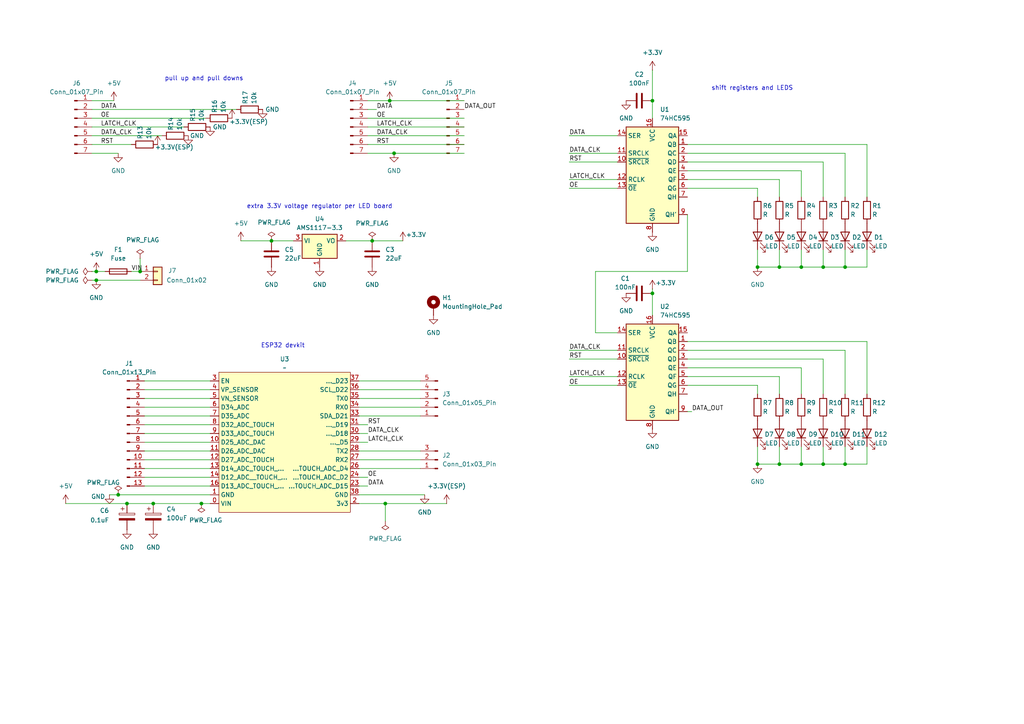
<source format=kicad_sch>
(kicad_sch (version 20231120) (generator "eeschema") (generator_version "8.0")
  (paper "A4")
  (title_block (title "STIB LED display") (date "2025-01-30") (rev "0.2"))
  (lib_symbols
    (symbol "74xx:74HC595"
      (property "Reference" "U" (at -7.62 13.97 0))
      (property "Value" "74HC595" (at -7.62 -16.51 0))
      (symbol "74HC595_1_0"
        (pin tri_state line (at 10.16 7.62 180) (length 2.54) (name "QB") (number "1"))
        (pin input line (at -10.16 2.54 0) (length 2.54) (name "~{SRCLR}") (number "10"))
        (pin input line (at -10.16 5.08 0) (length 2.54) (name "SRCLK") (number "11"))
        (pin input line (at -10.16 -2.54 0) (length 2.54) (name "RCLK") (number "12"))
        (pin input line (at -10.16 -5.08 0) (length 2.54) (name "~{OE}") (number "13"))
        (pin input line (at -10.16 10.16 0) (length 2.54) (name "SER") (number "14"))
        (pin tri_state line (at 10.16 10.16 180) (length 2.54) (name "QA") (number "15"))
        (pin power_in line (at 0 15.24 270) (length 2.54) (name "VCC") (number "16"))
        (pin tri_state line (at 10.16 5.08 180) (length 2.54) (name "QC") (number "2"))
        (pin tri_state line (at 10.16 2.54 180) (length 2.54) (name "QD") (number "3"))
        (pin tri_state line (at 10.16 0 180) (length 2.54) (name "QE") (number "4"))
        (pin tri_state line (at 10.16 -2.54 180) (length 2.54) (name "QF") (number "5"))
        (pin tri_state line (at 10.16 -5.08 180) (length 2.54) (name "QG") (number "6"))
        (pin tri_state line (at 10.16 -7.62 180) (length 2.54) (name "QH") (number "7"))
        (pin power_in line (at 0 -17.78 90) (length 2.54) (name "GND") (number "8"))
        (pin output line (at 10.16 -12.7 180) (length 2.54) (name "QH'") (number "9"))
      )
      (symbol "74HC595_1_1"
        (rectangle (start -7.62 12.7) (end 7.62 -15.24) (stroke (width 0.254)) (fill (type background)))
      )
    )
    (symbol "Connector:Conn_01x03_Pin" (pin_names (offset 1.016) hide)
      (property "Reference" "J" (at 0 5.08 0))
      (property "Value" "Conn_01x03_Pin" (at 0 -5.08 0))
      (symbol "Conn_01x03_Pin_1_1"
        (polyline (pts (xy 1.27 -2.54) (xy 0.8636 -2.54)) (stroke (width 0.1524)))
        (polyline (pts (xy 1.27 0) (xy 0.8636 0)) (stroke (width 0.1524)))
        (polyline (pts (xy 1.27 2.54) (xy 0.8636 2.54)) (stroke (width 0.1524)))
        (rectangle (start 0.8636 -2.413) (end 0 -2.667) (stroke (width 0.1524)) (fill (type outline)))
        (rectangle (start 0.8636 0.127) (end 0 -0.127) (stroke (width 0.1524)) (fill (type outline)))
        (rectangle (start 0.8636 2.667) (end 0 2.413) (stroke (width 0.1524)) (fill (type outline)))
        (pin passive line (at 5.08 2.54 180) (length 3.81) (name "Pin_1") (number "1"))
        (pin passive line (at 5.08 0 180) (length 3.81) (name "Pin_2") (number "2"))
        (pin passive line (at 5.08 -2.54 180) (length 3.81) (name "Pin_3") (number "3"))
      )
    )
    (symbol "Connector:Conn_01x05_Pin" (pin_names (offset 1.016) hide)
      (property "Reference" "J" (at 0 7.62 0))
      (property "Value" "Conn_01x05_Pin" (at 0 -7.62 0))
      (symbol "Conn_01x05_Pin_1_1"
        (polyline (pts (xy 1.27 -5.08) (xy 0.8636 -5.08)) (stroke (width 0.1524)))
        (polyline (pts (xy 1.27 -2.54) (xy 0.8636 -2.54)) (stroke (width 0.1524)))
        (polyline (pts (xy 1.27 0) (xy 0.8636 0)) (stroke (width 0.1524)))
        (polyline (pts (xy 1.27 2.54) (xy 0.8636 2.54)) (stroke (width 0.1524)))
        (polyline (pts (xy 1.27 5.08) (xy 0.8636 5.08)) (stroke (width 0.1524)))
        (rectangle (start 0.8636 -4.953) (end 0 -5.207) (stroke (width 0.1524)) (fill (type outline)))
        (rectangle (start 0.8636 -2.413) (end 0 -2.667) (stroke (width 0.1524)) (fill (type outline)))
        (rectangle (start 0.8636 0.127) (end 0 -0.127) (stroke (width 0.1524)) (fill (type outline)))
        (rectangle (start 0.8636 2.667) (end 0 2.413) (stroke (width 0.1524)) (fill (type outline)))
        (rectangle (start 0.8636 5.207) (end 0 4.953) (stroke (width 0.1524)) (fill (type outline)))
        (pin passive line (at 5.08 5.08 180) (length 3.81) (name "Pin_1") (number "1"))
        (pin passive line (at 5.08 2.54 180) (length 3.81) (name "Pin_2") (number "2"))
        (pin passive line (at 5.08 0 180) (length 3.81) (name "Pin_3") (number "3"))
        (pin passive line (at 5.08 -2.54 180) (length 3.81) (name "Pin_4") (number "4"))
        (pin passive line (at 5.08 -5.08 180) (length 3.81) (name "Pin_5") (number "5"))
      )
    )
    (symbol "Connector:Conn_01x07_Pin" (pin_names (offset 1.016) hide)
      (property "Reference" "J" (at 0 10.16 0))
      (property "Value" "Conn_01x07_Pin" (at 0 -10.16 0))
      (symbol "Conn_01x07_Pin_1_1"
        (polyline (pts (xy 1.27 -7.62) (xy 0.8636 -7.62)) (stroke (width 0.1524)))
        (polyline (pts (xy 1.27 -5.08) (xy 0.8636 -5.08)) (stroke (width 0.1524)))
        (polyline (pts (xy 1.27 -2.54) (xy 0.8636 -2.54)) (stroke (width 0.1524)))
        (polyline (pts (xy 1.27 0) (xy 0.8636 0)) (stroke (width 0.1524)))
        (polyline (pts (xy 1.27 2.54) (xy 0.8636 2.54)) (stroke (width 0.1524)))
        (polyline (pts (xy 1.27 5.08) (xy 0.8636 5.08)) (stroke (width 0.1524)))
        (polyline (pts (xy 1.27 7.62) (xy 0.8636 7.62)) (stroke (width 0.1524)))
        (rectangle (start 0.8636 -7.493) (end 0 -7.747) (stroke (width 0.1524)) (fill (type outline)))
        (rectangle (start 0.8636 -4.953) (end 0 -5.207) (stroke (width 0.1524)) (fill (type outline)))
        (rectangle (start 0.8636 -2.413) (end 0 -2.667) (stroke (width 0.1524)) (fill (type outline)))
        (rectangle (start 0.8636 0.127) (end 0 -0.127) (stroke (width 0.1524)) (fill (type outline)))
        (rectangle (start 0.8636 2.667) (end 0 2.413) (stroke (width 0.1524)) (fill (type outline)))
        (rectangle (start 0.8636 5.207) (end 0 4.953) (stroke (width 0.1524)) (fill (type outline)))
        (rectangle (start 0.8636 7.747) (end 0 7.493) (stroke (width 0.1524)) (fill (type outline)))
        (pin passive line (at 5.08 7.62 180) (length 3.81) (name "Pin_1") (number "1"))
        (pin passive line (at 5.08 5.08 180) (length 3.81) (name "Pin_2") (number "2"))
        (pin passive line (at 5.08 2.54 180) (length 3.81) (name "Pin_3") (number "3"))
        (pin passive line (at 5.08 0 180) (length 3.81) (name "Pin_4") (number "4"))
        (pin passive line (at 5.08 -2.54 180) (length 3.81) (name "Pin_5") (number "5"))
        (pin passive line (at 5.08 -5.08 180) (length 3.81) (name "Pin_6") (number "6"))
        (pin passive line (at 5.08 -7.62 180) (length 3.81) (name "Pin_7") (number "7"))
      )
    )
    (symbol "Connector:Conn_01x13_Pin" (pin_names (offset 1.016) hide)
      (property "Reference" "J" (at 0 17.78 0))
      (property "Value" "Conn_01x13_Pin" (at 0 -17.78 0))
      (symbol "Conn_01x13_Pin_1_1"
        (polyline (pts (xy 1.27 -15.24) (xy 0.8636 -15.24)) (stroke (width 0.1524)))
        (polyline (pts (xy 1.27 -12.7) (xy 0.8636 -12.7)) (stroke (width 0.1524)))
        (polyline (pts (xy 1.27 -10.16) (xy 0.8636 -10.16)) (stroke (width 0.1524)))
        (polyline (pts (xy 1.27 -7.62) (xy 0.8636 -7.62)) (stroke (width 0.1524)))
        (polyline (pts (xy 1.27 -5.08) (xy 0.8636 -5.08)) (stroke (width 0.1524)))
        (polyline (pts (xy 1.27 -2.54) (xy 0.8636 -2.54)) (stroke (width 0.1524)))
        (polyline (pts (xy 1.27 0) (xy 0.8636 0)) (stroke (width 0.1524)))
        (polyline (pts (xy 1.27 2.54) (xy 0.8636 2.54)) (stroke (width 0.1524)))
        (polyline (pts (xy 1.27 5.08) (xy 0.8636 5.08)) (stroke (width 0.1524)))
        (polyline (pts (xy 1.27 7.62) (xy 0.8636 7.62)) (stroke (width 0.1524)))
        (polyline (pts (xy 1.27 10.16) (xy 0.8636 10.16)) (stroke (width 0.1524)))
        (polyline (pts (xy 1.27 12.7) (xy 0.8636 12.7)) (stroke (width 0.1524)))
        (polyline (pts (xy 1.27 15.24) (xy 0.8636 15.24)) (stroke (width 0.1524)))
        (rectangle (start 0.8636 -15.113) (end 0 -15.367) (stroke (width 0.1524)) (fill (type outline)))
        (rectangle (start 0.8636 -12.573) (end 0 -12.827) (stroke (width 0.1524)) (fill (type outline)))
        (rectangle (start 0.8636 -10.033) (end 0 -10.287) (stroke (width 0.1524)) (fill (type outline)))
        (rectangle (start 0.8636 -7.493) (end 0 -7.747) (stroke (width 0.1524)) (fill (type outline)))
        (rectangle (start 0.8636 -4.953) (end 0 -5.207) (stroke (width 0.1524)) (fill (type outline)))
        (rectangle (start 0.8636 -2.413) (end 0 -2.667) (stroke (width 0.1524)) (fill (type outline)))
        (rectangle (start 0.8636 0.127) (end 0 -0.127) (stroke (width 0.1524)) (fill (type outline)))
        (rectangle (start 0.8636 2.667) (end 0 2.413) (stroke (width 0.1524)) (fill (type outline)))
        (rectangle (start 0.8636 5.207) (end 0 4.953) (stroke (width 0.1524)) (fill (type outline)))
        (rectangle (start 0.8636 7.747) (end 0 7.493) (stroke (width 0.1524)) (fill (type outline)))
        (rectangle (start 0.8636 10.287) (end 0 10.033) (stroke (width 0.1524)) (fill (type outline)))
        (rectangle (start 0.8636 12.827) (end 0 12.573) (stroke (width 0.1524)) (fill (type outline)))
        (rectangle (start 0.8636 15.367) (end 0 15.113) (stroke (width 0.1524)) (fill (type outline)))
        (pin passive line (at 5.08 15.24 180) (length 3.81) (name "Pin_1") (number "1"))
        (pin passive line (at 5.08 -7.62 180) (length 3.81) (name "Pin_10") (number "10"))
        (pin passive line (at 5.08 -10.16 180) (length 3.81) (name "Pin_11") (number "11"))
        (pin passive line (at 5.08 -12.7 180) (length 3.81) (name "Pin_12") (number "12"))
        (pin passive line (at 5.08 -15.24 180) (length 3.81) (name "Pin_13") (number "13"))
        (pin passive line (at 5.08 12.7 180) (length 3.81) (name "Pin_2") (number "2"))
        (pin passive line (at 5.08 10.16 180) (length 3.81) (name "Pin_3") (number "3"))
        (pin passive line (at 5.08 7.62 180) (length 3.81) (name "Pin_4") (number "4"))
        (pin passive line (at 5.08 5.08 180) (length 3.81) (name "Pin_5") (number "5"))
        (pin passive line (at 5.08 2.54 180) (length 3.81) (name "Pin_6") (number "6"))
        (pin passive line (at 5.08 0 180) (length 3.81) (name "Pin_7") (number "7"))
        (pin passive line (at 5.08 -2.54 180) (length 3.81) (name "Pin_8") (number "8"))
        (pin passive line (at 5.08 -5.08 180) (length 3.81) (name "Pin_9") (number "9"))
      )
    )
    (symbol "Connector_Generic:Conn_01x02" (pin_names (offset 1.016) hide)
      (property "Reference" "J" (at 0 2.54 0))
      (property "Value" "Conn_01x02" (at 0 -5.08 0))
      (symbol "Conn_01x02_1_1"
        (rectangle (start -1.27 -2.413) (end 0 -2.667) (stroke (width 0.1524)))
        (rectangle (start -1.27 0.127) (end 0 -0.127) (stroke (width 0.1524)))
        (rectangle (start -1.27 1.27) (end 1.27 -3.81) (stroke (width 0.254)) (fill (type background)))
        (pin passive line (at -5.08 0 0) (length 3.81) (name "Pin_1") (number "1"))
        (pin passive line (at -5.08 -2.54 0) (length 3.81) (name "Pin_2") (number "2"))
      )
    )
    (symbol "Device:C" (pin_numbers hide) (pin_names (offset 0.254))
      (property "Reference" "C" (at 0.635 2.54 0))
      (property "Value" "C" (at 0.635 -2.54 0))
      (symbol "C_0_1"
        (polyline (pts (xy -2.032 -0.762) (xy 2.032 -0.762)) (stroke (width 0.508)))
        (polyline (pts (xy -2.032 0.762) (xy 2.032 0.762)) (stroke (width 0.508)))
      )
      (symbol "C_1_1"
        (pin passive line (at 0 3.81 270) (length 2.794) (name "~") (number "1"))
        (pin passive line (at 0 -3.81 90) (length 2.794) (name "~") (number "2"))
      )
    )
    (symbol "Device:C_Polarized" (pin_numbers hide) (pin_names (offset 0.254))
      (property "Reference" "C" (at 0.635 2.54 0))
      (property "Value" "C_Polarized" (at 0.635 -2.54 0))
      (symbol "C_Polarized_0_1"
        (rectangle (start -2.286 0.508) (end 2.286 1.016))
        (polyline (pts (xy -1.778 2.286) (xy -0.762 2.286)))
        (polyline (pts (xy -1.27 2.794) (xy -1.27 1.778)))
        (rectangle (start 2.286 -0.508) (end -2.286 -1.016) (fill (type outline)))
      )
      (symbol "C_Polarized_1_1"
        (pin passive line (at 0 3.81 270) (length 2.794) (name "~") (number "1"))
        (pin passive line (at 0 -3.81 90) (length 2.794) (name "~") (number "2"))
      )
    )
    (symbol "Device:Fuse" (pin_numbers hide) (pin_names (offset 0))
      (property "Reference" "F" (at 2.032 0 90))
      (property "Value" "Fuse" (at -1.905 0 90))
      (symbol "Fuse_0_1"
        (rectangle (start -0.762 -2.54) (end 0.762 2.54) (stroke (width 0.254)))
        (polyline (pts (xy 0 2.54) (xy 0 -2.54)))
      )
      (symbol "Fuse_1_1"
        (pin passive line (at 0 3.81 270) (length 1.27) (name "~") (number "1"))
        (pin passive line (at 0 -3.81 90) (length 1.27) (name "~") (number "2"))
      )
    )
    (symbol "Device:LED" (pin_numbers hide) (pin_names (offset 1.016) hide)
      (property "Reference" "D" (at 0 2.54 0))
      (property "Value" "LED" (at 0 -2.54 0))
      (symbol "LED_0_1"
        (polyline (pts (xy -1.27 -1.27) (xy -1.27 1.27)) (stroke (width 0.254)))
        (polyline (pts (xy -1.27 0) (xy 1.27 0)))
        (polyline (pts (xy 1.27 -1.27) (xy 1.27 1.27) (xy -1.27 0) (xy 1.27 -1.27)) (stroke (width 0.254)))
        (polyline (pts (xy -3.048 -0.762) (xy -4.572 -2.286) (xy -3.81 -2.286) (xy -4.572 -2.286) (xy -4.572 -1.524)))
        (polyline (pts (xy -1.778 -0.762) (xy -3.302 -2.286) (xy -2.54 -2.286) (xy -3.302 -2.286) (xy -3.302 -1.524)))
      )
      (symbol "LED_1_1"
        (pin passive line (at -3.81 0 0) (length 2.54) (name "K") (number "1"))
        (pin passive line (at 3.81 0 180) (length 2.54) (name "A") (number "2"))
      )
    )
    (symbol "Device:R" (pin_numbers hide) (pin_names (offset 0))
      (property "Reference" "R" (at 2.032 0 90))
      (property "Value" "R" (at 0 0 90))
      (symbol "R_0_1"
        (rectangle (start -1.016 -2.54) (end 1.016 2.54) (stroke (width 0.254)))
      )
      (symbol "R_1_1"
        (pin passive line (at 0 3.81 270) (length 1.27) (name "~") (number "1"))
        (pin passive line (at 0 -3.81 90) (length 1.27) (name "~") (number "2"))
      )
    )
    (symbol "ESP32_Nodemcu_devkit_sym:esp32-wroom2-nodemcu"
      (property "Reference" "U" (at -7.874 22.86 0))
      (symbol "esp32-wroom2-nodemcu_1_1"
        (rectangle (start -20.32 20.32) (end 17.78 -20.32) (fill (type background)))
        (pin power_in line (at -22.86 -17.78 0) (length 2.54) (name "VIN") (number "0"))
        (pin power_in line (at -22.86 -15.24 0) (length 2.54) (name "GND") (number "1"))
        (pin bidirectional line (at -22.86 0 0) (length 2.54) (name "D25_ADC_DAC") (number "10"))
        (pin bidirectional line (at -22.86 -2.54 0) (length 2.54) (name "D26_ADC_DAC") (number "11"))
        (pin bidirectional line (at -22.86 -5.08 0) (length 2.54) (name "D27_ADC_TOUCH") (number "12"))
        (pin bidirectional line (at -22.86 -7.62 0) (length 2.54) (name "D14_ADC_TOUCH_...") (number "13"))
        (pin bidirectional line (at -22.86 -10.16 0) (length 2.54) (name "D12_ADC__TOUCH_...") (number "14"))
        (pin bidirectional line (at -22.86 -12.7 0) (length 2.54) (name "D13_ADC_TOUCH_...") (number "16"))
        (pin power_out line (at 20.32 -17.78 180) (length 2.54) (name "3v3") (number "2"))
        (pin bidirectional line (at 20.32 -12.7 180) (length 2.54) (name "...TOUCH_ADC_D15") (number "23"))
        (pin bidirectional line (at 20.32 -10.16 180) (length 2.54) (name "...TOUCH_ADC_D2") (number "24"))
        (pin bidirectional line (at 20.32 -7.62 180) (length 2.54) (name "...TOUCH_ADC_D4") (number "26"))
        (pin bidirectional line (at 20.32 -5.08 180) (length 2.54) (name "RX2") (number "27"))
        (pin bidirectional line (at 20.32 -2.54 180) (length 2.54) (name "TX2") (number "28"))
        (pin bidirectional line (at 20.32 0 180) (length 2.54) (name "..._D5") (number "29"))
        (pin input line (at -22.86 17.78 0) (length 2.54) (name "EN") (number "3"))
        (pin bidirectional line (at 20.32 2.54 180) (length 2.54) (name "..._D18") (number "30"))
        (pin bidirectional line (at 20.32 5.08 180) (length 2.54) (name "..._D19") (number "31"))
        (pin bidirectional line (at 20.32 7.62 180) (length 2.54) (name "SDA_D21") (number "33"))
        (pin bidirectional line (at 20.32 10.16 180) (length 2.54) (name "RX0") (number "34"))
        (pin bidirectional line (at 20.32 12.7 180) (length 2.54) (name "TX0") (number "35"))
        (pin bidirectional line (at 20.32 15.24 180) (length 2.54) (name "SCL_D22") (number "36"))
        (pin bidirectional line (at 20.32 17.78 180) (length 2.54) (name "..._D23") (number "37"))
        (pin power_in line (at 20.32 -15.24 180) (length 2.54) (name "GND") (number "38"))
        (pin bidirectional line (at -22.86 15.24 0) (length 2.54) (name "VP_SENSOR") (number "4"))
        (pin bidirectional line (at -22.86 12.7 0) (length 2.54) (name "VN_SENSOR") (number "5"))
        (pin bidirectional line (at -22.86 10.16 0) (length 2.54) (name "D34_ADC") (number "6"))
        (pin bidirectional line (at -22.86 7.62 0) (length 2.54) (name "D35_ADC") (number "7"))
        (pin bidirectional line (at -22.86 5.08 0) (length 2.54) (name "D32_ADC_TOUCH") (number "8"))
        (pin bidirectional line (at -22.86 2.54 0) (length 2.54) (name "D33_ADC_TOUCH") (number "9"))
      )
    )
    (symbol "Mechanical:MountingHole_Pad" (pin_numbers hide) (pin_names (offset 1.016) hide) (exclude_from_sim yes) (in_bom no)
      (property "Reference" "H" (at 0 6.35 0))
      (property "Value" "MountingHole_Pad" (at 0 4.445 0))
      (symbol "MountingHole_Pad_0_1"
        (circle (center 0 1.27) (radius 1.27) (stroke (width 1.27)))
      )
      (symbol "MountingHole_Pad_1_1"
        (pin input line (at 0 -2.54 90) (length 2.54) (name "1") (number "1"))
      )
    )
    (symbol "Regulator_Linear:AMS1117-3.3"
      (property "Reference" "U" (at -3.81 3.175 0))
      (property "Value" "AMS1117-3.3" (at 0 3.175 0))
      (symbol "AMS1117-3.3_0_1"
        (rectangle (start -5.08 -5.08) (end 5.08 1.905) (stroke (width 0.254)) (fill (type background)))
      )
      (symbol "AMS1117-3.3_1_1"
        (pin power_in line (at 0 -7.62 90) (length 2.54) (name "GND") (number "1"))
        (pin power_out line (at 7.62 0 180) (length 2.54) (name "VO") (number "2"))
        (pin power_in line (at -7.62 0 0) (length 2.54) (name "VI") (number "3"))
      )
    )
    (symbol "power:+3.3V" (power) (pin_numbers hide) (pin_names (offset 0) hide)
      (property "Value" "+3.3V" (at 0 3.556 0))
      (symbol "+3.3V_0_1"
        (polyline (pts (xy -0.762 1.27) (xy 0 2.54)))
        (polyline (pts (xy 0 0) (xy 0 2.54)))
        (polyline (pts (xy 0 2.54) (xy 0.762 1.27)))
      )
      (symbol "+3.3V_1_1"
        (pin power_in line (at 0 0 90) (length 0) (name "~") (number "1"))
      )
    )
    (symbol "power:+5V" (power) (pin_numbers hide) (pin_names (offset 0) hide)
      (property "Value" "+5V" (at 0 3.556 0))
      (symbol "+5V_0_1"
        (polyline (pts (xy -0.762 1.27) (xy 0 2.54)))
        (polyline (pts (xy 0 0) (xy 0 2.54)))
        (polyline (pts (xy 0 2.54) (xy 0.762 1.27)))
      )
      (symbol "+5V_1_1"
        (pin power_in line (at 0 0 90) (length 0) (name "~") (number "1"))
      )
    )
    (symbol "power:GND" (power) (pin_numbers hide) (pin_names (offset 0) hide)
      (property "Value" "GND" (at 0 -3.81 0))
      (symbol "GND_0_1"
        (polyline (pts (xy 0 0) (xy 0 -1.27) (xy 1.27 -1.27) (xy 0 -2.54) (xy -1.27 -1.27) (xy 0 -1.27)))
      )
      (symbol "GND_1_1"
        (pin power_in line (at 0 0 270) (length 0) (name "~") (number "1"))
      )
    )
    (symbol "power:PWR_FLAG" (power) (pin_numbers hide) (pin_names (offset 0) hide)
      (property "Value" "PWR_FLAG" (at 0 3.81 0))
      (symbol "PWR_FLAG_0_0"
        (pin power_out line (at 0 0 90) (length 0) (name "~") (number "1"))
      )
      (symbol "PWR_FLAG_0_1"
        (polyline (pts (xy 0 0) (xy 0 1.27) (xy -1.016 1.905) (xy 0 2.54) (xy 1.016 1.905) (xy 0 1.27)))
      )
    )
  )
  (junction (at 78.74 69.85))
  (junction (at 40.64 78.74))
  (junction (at 232.41 77.47))
  (junction (at 238.76 77.47))
  (junction (at 245.11 134.62))
  (junction (at 238.76 134.62))
  (junction (at 219.71 134.62))
  (junction (at 114.3 44.45))
  (junction (at 27.94 81.28))
  (junction (at 226.06 134.62))
  (junction (at 189.23 29.21))
  (junction (at 34.29 143.51))
  (junction (at 189.23 85.09))
  (junction (at 36.83 146.05))
  (junction (at 219.71 77.47))
  (junction (at 107.95 69.85))
  (junction (at 113.03 29.21))
  (junction (at 58.42 146.05))
  (junction (at 27.94 78.74))
  (junction (at 226.06 77.47))
  (junction (at 44.45 146.05))
  (junction (at 232.41 134.62))
  (junction (at 111.76 146.05))
  (junction (at 245.11 77.47))
  (wire (pts (xy 44.45 146.05) (xy 58.42 146.05)))
  (wire (pts (xy 172.72 96.52) (xy 179.07 96.52)))
  (wire (pts (xy 189.23 83.82) (xy 189.23 85.09)))
  (wire (pts (xy 111.76 146.05) (xy 111.76 151.13)))
  (wire (pts (xy 165.1 39.37) (xy 179.07 39.37)))
  (wire (pts (xy 232.41 129.54) (xy 232.41 134.62)))
  (wire (pts (xy 26.67 78.74) (xy 27.94 78.74)))
  (wire (pts (xy 26.67 36.83) (xy 53.34 36.83)))
  (wire (pts (xy 232.41 72.39) (xy 232.41 77.47)))
  (wire (pts (xy 165.1 111.76) (xy 179.07 111.76)))
  (wire (pts (xy 251.46 134.62) (xy 245.11 134.62)))
  (wire (pts (xy 104.14 123.19) (xy 106.68 123.19)))
  (wire (pts (xy 238.76 104.14) (xy 238.76 114.3)))
  (wire (pts (xy 245.11 72.39) (xy 245.11 77.47)))
  (wire (pts (xy 199.39 41.91) (xy 251.46 41.91)))
  (wire (pts (xy 199.39 52.07) (xy 226.06 52.07)))
  (wire (pts (xy 41.91 128.27) (xy 60.96 128.27)))
  (wire (pts (xy 41.91 125.73) (xy 60.96 125.73)))
  (wire (pts (xy 245.11 77.47) (xy 238.76 77.47)))
  (wire (pts (xy 41.91 123.19) (xy 60.96 123.19)))
  (wire (pts (xy 41.91 118.11) (xy 60.96 118.11)))
  (wire (pts (xy 199.39 111.76) (xy 219.71 111.76)))
  (wire (pts (xy 41.91 138.43) (xy 60.96 138.43)))
  (wire (pts (xy 36.83 146.05) (xy 44.45 146.05)))
  (wire (pts (xy 109.22 31.75) (xy 106.68 31.75)))
  (wire (pts (xy 226.06 129.54) (xy 226.06 134.62)))
  (wire (pts (xy 104.14 118.11) (xy 121.92 118.11)))
  (wire (pts (xy 199.39 78.74) (xy 172.72 78.74)))
  (wire (pts (xy 104.14 113.03) (xy 121.92 113.03)))
  (wire (pts (xy 219.71 134.62) (xy 226.06 134.62)))
  (wire (pts (xy 104.14 143.51) (xy 123.19 143.51)))
  (wire (pts (xy 199.39 106.68) (xy 232.41 106.68)))
  (wire (pts (xy 26.67 44.45) (xy 34.29 44.45)))
  (wire (pts (xy 104.14 125.73) (xy 106.68 125.73)))
  (wire (pts (xy 41.91 113.03) (xy 60.96 113.03)))
  (wire (pts (xy 31.75 143.51) (xy 34.29 143.51)))
  (wire (pts (xy 165.1 104.14) (xy 179.07 104.14)))
  (wire (pts (xy 104.14 140.97) (xy 106.68 140.97)))
  (wire (pts (xy 113.03 29.21) (xy 134.62 29.21)))
  (wire (pts (xy 100.33 69.85) (xy 107.95 69.85)))
  (wire (pts (xy 41.91 140.97) (xy 60.96 140.97)))
  (wire (pts (xy 199.39 54.61) (xy 219.71 54.61)))
  (wire (pts (xy 104.14 120.65) (xy 121.92 120.65)))
  (wire (pts (xy 251.46 129.54) (xy 251.46 134.62)))
  (wire (pts (xy 69.85 69.85) (xy 78.74 69.85)))
  (wire (pts (xy 199.39 99.06) (xy 251.46 99.06)))
  (wire (pts (xy 232.41 134.62) (xy 226.06 134.62)))
  (wire (pts (xy 78.74 69.85) (xy 85.09 69.85)))
  (wire (pts (xy 41.91 135.89) (xy 60.96 135.89)))
  (wire (pts (xy 199.39 101.6) (xy 245.11 101.6)))
  (wire (pts (xy 104.14 110.49) (xy 121.92 110.49)))
  (wire (pts (xy 26.67 81.28) (xy 27.94 81.28)))
  (wire (pts (xy 38.1 78.74) (xy 40.64 78.74)))
  (wire (pts (xy 106.68 39.37) (xy 134.62 39.37)))
  (wire (pts (xy 199.39 109.22) (xy 226.06 109.22)))
  (wire (pts (xy 245.11 134.62) (xy 238.76 134.62)))
  (wire (pts (xy 106.68 41.91) (xy 134.62 41.91)))
  (wire (pts (xy 104.14 128.27) (xy 106.68 128.27)))
  (wire (pts (xy 199.39 119.38) (xy 200.66 119.38)))
  (wire (pts (xy 114.3 44.45) (xy 134.62 44.45)))
  (wire (pts (xy 245.11 44.45) (xy 245.11 57.15)))
  (wire (pts (xy 232.41 106.68) (xy 232.41 114.3)))
  (wire (pts (xy 26.67 29.21) (xy 33.02 29.21)))
  (wire (pts (xy 238.76 46.99) (xy 238.76 57.15)))
  (wire (pts (xy 238.76 77.47) (xy 232.41 77.47)))
  (wire (pts (xy 41.91 133.35) (xy 60.96 133.35)))
  (wire (pts (xy 165.1 52.07) (xy 179.07 52.07)))
  (wire (pts (xy 165.1 109.22) (xy 179.07 109.22)))
  (wire (pts (xy 165.1 54.61) (xy 179.07 54.61)))
  (wire (pts (xy 199.39 49.53) (xy 232.41 49.53)))
  (wire (pts (xy 106.68 44.45) (xy 114.3 44.45)))
  (wire (pts (xy 111.76 146.05) (xy 129.54 146.05)))
  (wire (pts (xy 165.1 101.6) (xy 179.07 101.6)))
  (wire (pts (xy 26.67 41.91) (xy 38.1 41.91)))
  (wire (pts (xy 104.14 138.43) (xy 106.68 138.43)))
  (wire (pts (xy 40.64 81.28) (xy 27.94 81.28)))
  (wire (pts (xy 199.39 104.14) (xy 238.76 104.14)))
  (wire (pts (xy 189.23 85.09) (xy 189.23 91.44)))
  (wire (pts (xy 41.91 115.57) (xy 60.96 115.57)))
  (wire (pts (xy 26.67 39.37) (xy 46.99 39.37)))
  (wire (pts (xy 232.41 77.47) (xy 226.06 77.47)))
  (wire (pts (xy 245.11 101.6) (xy 245.11 114.3)))
  (wire (pts (xy 106.68 29.21) (xy 113.03 29.21)))
  (wire (pts (xy 104.14 130.81) (xy 121.92 130.81)))
  (wire (pts (xy 104.14 115.57) (xy 121.92 115.57)))
  (wire (pts (xy 41.91 120.65) (xy 60.96 120.65)))
  (wire (pts (xy 219.71 129.54) (xy 219.71 134.62)))
  (wire (pts (xy 238.76 129.54) (xy 238.76 134.62)))
  (wire (pts (xy 41.91 130.81) (xy 60.96 130.81)))
  (wire (pts (xy 251.46 72.39) (xy 251.46 77.47)))
  (wire (pts (xy 251.46 41.91) (xy 251.46 57.15)))
  (wire (pts (xy 199.39 46.99) (xy 238.76 46.99)))
  (wire (pts (xy 232.41 49.53) (xy 232.41 57.15)))
  (wire (pts (xy 106.68 36.83) (xy 134.62 36.83)))
  (wire (pts (xy 172.72 78.74) (xy 172.72 96.52)))
  (wire (pts (xy 189.23 20.32) (xy 189.23 29.21)))
  (wire (pts (xy 199.39 44.45) (xy 245.11 44.45)))
  (wire (pts (xy 26.67 34.29) (xy 59.69 34.29)))
  (wire (pts (xy 26.67 31.75) (xy 68.58 31.75)))
  (wire (pts (xy 104.14 133.35) (xy 121.92 133.35)))
  (wire (pts (xy 219.71 77.47) (xy 226.06 77.47)))
  (wire (pts (xy 58.42 146.05) (xy 60.96 146.05)))
  (wire (pts (xy 251.46 99.06) (xy 251.46 114.3)))
  (wire (pts (xy 199.39 62.23) (xy 199.39 78.74)))
  (wire (pts (xy 219.71 111.76) (xy 219.71 114.3)))
  (wire (pts (xy 106.68 34.29) (xy 134.62 34.29)))
  (wire (pts (xy 226.06 109.22) (xy 226.06 114.3)))
  (wire (pts (xy 104.14 146.05) (xy 111.76 146.05)))
  (wire (pts (xy 41.91 110.49) (xy 60.96 110.49)))
  (wire (pts (xy 251.46 77.47) (xy 245.11 77.47)))
  (wire (pts (xy 189.23 29.21) (xy 189.23 34.29)))
  (wire (pts (xy 219.71 72.39) (xy 219.71 77.47)))
  (wire (pts (xy 238.76 72.39) (xy 238.76 77.47)))
  (wire (pts (xy 226.06 52.07) (xy 226.06 57.15)))
  (wire (pts (xy 34.29 143.51) (xy 60.96 143.51)))
  (wire (pts (xy 165.1 46.99) (xy 179.07 46.99)))
  (wire (pts (xy 219.71 54.61) (xy 219.71 57.15)))
  (wire (pts (xy 27.94 78.74) (xy 30.48 78.74)))
  (wire (pts (xy 107.95 69.85) (xy 116.84 69.85)))
  (wire (pts (xy 104.14 135.89) (xy 121.92 135.89)))
  (wire (pts (xy 226.06 72.39) (xy 226.06 77.47)))
  (wire (pts (xy 165.1 44.45) (xy 179.07 44.45)))
  (wire (pts (xy 245.11 129.54) (xy 245.11 134.62)))
  (wire (pts (xy 40.64 74.93) (xy 40.64 78.74)))
  (wire (pts (xy 238.76 134.62) (xy 232.41 134.62)))
  (wire (pts (xy 19.05 146.05) (xy 36.83 146.05)))
  (text "pull up and pull downs" (at 59.182 22.86 0) (effects (font (size 1.27 1.27))))
  (text "shift registers and LEDS" (at 218.186 25.654 0) (effects (font (size 1.27 1.27))))
  (text "extra 3.3V voltage regulator per LED board" (at 92.71 59.944 0) (effects (font (size 1.27 1.27))))
  (text "ESP32 devkit" (at 82.042 100.33 0) (effects (font (size 1.27 1.27))))
  (label "DATA_OUT" (at 134.62 31.75 0))
  (label "LATCH_CLK" (at 165.1 109.22 0))
  (label "DATA" (at 165.1 39.37 0))
  (label "OE" (at 165.1 54.61 0))
  (label "LATCH_CLK" (at 109.22 36.83 0))
  (label "LATCH_CLK" (at 106.68 128.27 0))
  (label "DATA_OUT" (at 200.66 119.38 0))
  (label "OE" (at 165.1 111.76 0))
  (label "RST" (at 165.1 104.14 0))
  (label "OE" (at 109.22 34.29 0))
  (label "RST" (at 29.21 41.91 0))
  (label "OE" (at 106.68 138.43 0))
  (label "VIN" (at 38.1 78.74 0))
  (label "DATA" (at 109.22 31.75 0))
  (label "LATCH_CLK" (at 165.1 52.07 0))
  (label "DATA_CLK" (at 165.1 44.45 0))
  (label "DATA_CLK" (at 106.68 125.73 0))
  (label "RST" (at 165.1 46.99 0))
  (label "OE" (at 29.21 34.29 0))
  (label "DATA" (at 29.21 31.75 0))
  (label "DATA" (at 106.68 140.97 0))
  (label "RST" (at 109.22 41.91 0))
  (label "RST" (at 106.68 123.19 0))
  (label "LATCH_CLK" (at 29.21 36.83 0))
  (label "DATA_CLK" (at 29.21 39.37 0))
  (label "DATA_CLK" (at 165.1 101.6 0))
  (label "DATA_CLK" (at 109.22 39.37 0))
  (symbol (lib_id "Device:LED") (at 219.71 125.73 90) (unit 1)
    (property "Reference" "D7" (at 221.742 125.984 90) (effects (justify right)))
    (property "Value" "LED" (at 221.996 128.524 90) (effects (justify right)))
    (property "Footprint" "LED_THT:LED_D5.0mm" (effects (hide yes)))
    (property "Description" "Light emitting diode" (effects (hide yes)))
  )
  (symbol (lib_id "Device:R") (at 226.06 118.11 0) (unit 1)
    (property "Reference" "R8" (at 227.584 116.84 0) (effects (justify left)))
    (property "Value" "R" (at 227.584 119.38 0) (effects (justify left)))
    (property "Footprint" "Resistor_THT:R_Axial_DIN0204_L3.6mm_D1.6mm_P7.62mm_Horizontal" (effects (hide yes)))
    (property "Description" "Resistor" (effects (hide yes)))
  )
  (symbol (lib_id "power:GND") (at 78.74 77.47 0) (unit 1)
    (property "Reference" "#PWR017" (effects (hide yes)))
    (property "Value" "GND" (at 78.74 82.55 0))
    (property "Description" "Power symbol creates a global label with name \"GND\" , ground" (effects (hide yes)))
  )
  (symbol (lib_id "Device:C") (at 185.42 85.09 90) (unit 1)
    (property "Reference" "C1" (at 181.356 80.772 90))
    (property "Value" "100nF" (at 181.356 83.312 90))
    (property "Footprint" "Capacitor_SMD:C_1206_3216Metric_Pad1.33x1.80mm_HandSolder" (effects (hide yes)))
    (property "Description" "Unpolarized capacitor" (effects (hide yes)))
  )
  (symbol (lib_id "Device:R") (at 251.46 60.96 0) (unit 1)
    (property "Reference" "R1" (at 252.984 59.69 0) (effects (justify left)))
    (property "Value" "R" (at 252.984 62.23 0) (effects (justify left)))
    (property "Footprint" "Resistor_THT:R_Axial_DIN0204_L3.6mm_D1.6mm_P7.62mm_Horizontal" (effects (hide yes)))
    (property "Description" "Resistor" (effects (hide yes)))
  )
  (symbol (lib_id "Device:R") (at 232.41 118.11 0) (unit 1)
    (property "Reference" "R9" (at 233.934 116.84 0) (effects (justify left)))
    (property "Value" "R" (at 233.934 119.38 0) (effects (justify left)))
    (property "Footprint" "Resistor_THT:R_Axial_DIN0204_L3.6mm_D1.6mm_P7.62mm_Horizontal" (effects (hide yes)))
    (property "Description" "Resistor" (effects (hide yes)))
  )
  (symbol (lib_id "Connector:Conn_01x07_Pin") (at 129.54 36.83 0) (unit 1)
    (property "Reference" "J5" (at 130.175 24.13 0))
    (property "Value" "Conn_01x07_Pin" (at 130.175 26.67 0))
    (property "Footprint" "Connector_PinSocket_2.54mm:PinSocket_1x07_P2.54mm_Vertical" (effects (hide yes)))
    (property "Description" "Generic connector, single row, 01x07, script generated" (effects (hide yes)))
  )
  (symbol (lib_id "Device:LED") (at 219.71 68.58 90) (unit 1)
    (property "Reference" "D6" (at 221.742 68.834 90) (effects (justify right)))
    (property "Value" "LED" (at 221.996 71.374 90) (effects (justify right)))
    (property "Footprint" "LED_THT:LED_D5.0mm" (effects (hide yes)))
    (property "Description" "Light emitting diode" (effects (hide yes)))
  )
  (symbol (lib_id "power:GND") (at 189.23 124.46 0) (unit 1)
    (property "Reference" "#PWR04" (effects (hide yes)))
    (property "Value" "GND" (at 189.23 129.54 0))
    (property "Description" "Power symbol creates a global label with name \"GND\" , ground" (effects (hide yes)))
  )
  (symbol (lib_id "Connector:Conn_01x05_Pin") (at 127 115.57 180) (unit 1)
    (property "Reference" "J3" (at 128.27 114.2999 0) (effects (justify right)))
    (property "Value" "Conn_01x05_Pin" (at 128.27 116.8399 0) (effects (justify right)))
    (property "Footprint" "Connector_PinSocket_2.54mm:PinSocket_1x05_P2.54mm_Vertical" (effects (hide yes)))
    (property "Description" "Generic connector, single row, 01x05, script generated" (effects (hide yes)))
  )
  (symbol (lib_id "power:GND") (at 181.61 29.21 0) (unit 1)
    (property "Reference" "#PWR026" (effects (hide yes)))
    (property "Value" "GND" (at 181.61 34.29 0))
    (property "Description" "Power symbol creates a global label with name \"GND\" , ground" (effects (hide yes)))
  )
  (symbol (lib_id "Device:C_Polarized") (at 36.83 149.86 0) (unit 1)
    (property "Reference" "C6" (at 28.956 148.082 0) (effects (justify left)))
    (property "Value" "0.1uF" (at 26.162 150.876 0) (effects (justify left)))
    (property "Footprint" "Capacitor_THT:C_Radial_D5.0mm_H11.0mm_P2.00mm" (effects (hide yes)))
    (property "Description" "Polarized capacitor" (effects (hide yes)))
  )
  (symbol (lib_id "ESP32_Nodemcu_devkit_sym:esp32-wroom2-nodemcu") (at 83.82 128.27 0) (unit 1)
    (property "Reference" "U3" (at 82.55 104.14 0))
    (property "Value" "~" (at 82.55 106.68 0))
    (property "Footprint" "ESP32_Nodemcu_devkit:ESP32_Nodemcu_devkit" (effects (hide yes)))
  )
  (symbol (lib_id "Connector:Conn_01x13_Pin") (at 36.83 125.73 0) (unit 1)
    (property "Reference" "J1" (at 37.465 105.41 0))
    (property "Value" "Conn_01x13_Pin" (at 37.465 107.95 0))
    (property "Footprint" "Connector_PinSocket_2.54mm:PinSocket_1x13_P2.54mm_Vertical" (effects (hide yes)))
    (property "Description" "Generic connector, single row, 01x13, script generated" (effects (hide yes)))
  )
  (symbol (lib_id "Device:LED") (at 251.46 68.58 90) (unit 1)
    (property "Reference" "D1" (at 253.492 68.834 90) (effects (justify right)))
    (property "Value" "LED" (at 253.746 71.374 90) (effects (justify right)))
    (property "Footprint" "LED_THT:LED_D5.0mm" (effects (hide yes)))
    (property "Description" "Light emitting diode" (effects (hide yes)))
  )
  (symbol (lib_id "Device:R") (at 232.41 60.96 0) (unit 1)
    (property "Reference" "R4" (at 233.934 59.69 0) (effects (justify left)))
    (property "Value" "R" (at 233.934 62.23 0) (effects (justify left)))
    (property "Footprint" "Resistor_THT:R_Axial_DIN0204_L3.6mm_D1.6mm_P7.62mm_Horizontal" (effects (hide yes)))
    (property "Description" "Resistor" (effects (hide yes)))
  )
  (symbol (lib_id "Device:R") (at 41.91 41.91 90) (unit 1)
    (property "Reference" "R13" (at 40.64 40.386 0) (effects (justify left)))
    (property "Value" "10k" (at 43.18 40.386 0) (effects (justify left)))
    (property "Footprint" "Resistor_THT:R_Axial_DIN0204_L3.6mm_D1.6mm_P7.62mm_Horizontal" (effects (hide yes)))
    (property "Description" "Resistor" (effects (hide yes)))
  )
  (symbol (lib_id "Device:LED") (at 238.76 125.73 90) (unit 1)
    (property "Reference" "D10" (at 240.792 125.984 90) (effects (justify right)))
    (property "Value" "LED" (at 241.046 128.524 90) (effects (justify right)))
    (property "Footprint" "LED_THT:LED_D5.0mm" (effects (hide yes)))
    (property "Description" "Light emitting diode" (effects (hide yes)))
  )
  (symbol (lib_id "power:GND") (at 219.71 134.62 0) (unit 1)
    (property "Reference" "#PWR06" (effects (hide yes)))
    (property "Value" "GND" (at 219.71 139.7 0))
    (property "Description" "Power symbol creates a global label with name \"GND\" , ground" (effects (hide yes)))
  )
  (symbol (lib_id "power:+3.3V") (at 116.84 69.85 0) (unit 1)
    (property "Reference" "#PWR011" (effects (hide yes)))
    (property "Value" "+3.3V" (at 120.65 68.072 0))
    (property "Description" "Power symbol creates a global label with name \"+3.3V\"" (effects (hide yes)))
  )
  (symbol (lib_id "Device:LED") (at 226.06 68.58 90) (unit 1)
    (property "Reference" "D5" (at 228.092 68.834 90) (effects (justify right)))
    (property "Value" "LED" (at 228.346 71.374 90) (effects (justify right)))
    (property "Footprint" "LED_THT:LED_D5.0mm" (effects (hide yes)))
    (property "Description" "Light emitting diode" (effects (hide yes)))
  )
  (symbol (lib_id "Device:LED") (at 232.41 125.73 90) (unit 1)
    (property "Reference" "D9" (at 234.442 125.984 90) (effects (justify right)))
    (property "Value" "LED" (at 234.696 128.524 90) (effects (justify right)))
    (property "Footprint" "LED_THT:LED_D5.0mm" (effects (hide yes)))
    (property "Description" "Light emitting diode" (effects (hide yes)))
  )
  (symbol (lib_id "power:GND") (at 189.23 67.31 0) (unit 1)
    (property "Reference" "#PWR03" (effects (hide yes)))
    (property "Value" "GND" (at 189.23 72.39 0))
    (property "Description" "Power symbol creates a global label with name \"GND\" , ground" (effects (hide yes)))
  )
  (symbol (lib_id "power:GND") (at 123.19 143.51 0) (unit 1)
    (property "Reference" "#PWR014" (effects (hide yes)))
    (property "Value" "GND" (at 123.19 148.59 0))
    (property "Description" "Power symbol creates a global label with name \"GND\" , ground" (effects (hide yes)))
  )
  (symbol (lib_id "Connector:Conn_01x07_Pin") (at 21.59 36.83 0) (unit 1)
    (property "Reference" "J6" (at 22.225 24.13 0))
    (property "Value" "Conn_01x07_Pin" (at 22.225 26.67 0))
    (property "Footprint" "Connector_PinSocket_2.54mm:PinSocket_1x07_P2.54mm_Vertical" (effects (hide yes)))
    (property "Description" "Generic connector, single row, 01x07, script generated" (effects (hide yes)))
  )
  (symbol (lib_id "Device:R") (at 251.46 118.11 0) (unit 1)
    (property "Reference" "R12" (at 252.984 116.84 0) (effects (justify left)))
    (property "Value" "R" (at 252.984 119.38 0) (effects (justify left)))
    (property "Footprint" "Resistor_THT:R_Axial_DIN0204_L3.6mm_D1.6mm_P7.62mm_Horizontal" (effects (hide yes)))
    (property "Description" "Resistor" (effects (hide yes)))
  )
  (symbol (lib_id "Device:R") (at 50.8 39.37 90) (unit 1)
    (property "Reference" "R14" (at 49.53 37.846 0) (effects (justify left)))
    (property "Value" "10k" (at 52.07 37.846 0) (effects (justify left)))
    (property "Footprint" "Resistor_THT:R_Axial_DIN0204_L3.6mm_D1.6mm_P7.62mm_Horizontal" (effects (hide yes)))
    (property "Description" "Resistor" (effects (hide yes)))
  )
  (symbol (lib_id "power:PWR_FLAG") (at 26.67 78.74 90) (unit 1)
    (property "Reference" "#FLG01" (effects (hide yes)))
    (property "Value" "PWR_FLAG" (at 22.86 78.7399 90) (effects (justify left)))
    (property "Description" "Special symbol for telling ERC where power comes from" (effects (hide yes)))
  )
  (symbol (lib_id "Device:R") (at 238.76 60.96 0) (unit 1)
    (property "Reference" "R3" (at 240.284 59.69 0) (effects (justify left)))
    (property "Value" "R" (at 240.284 62.23 0) (effects (justify left)))
    (property "Footprint" "Resistor_THT:R_Axial_DIN0204_L3.6mm_D1.6mm_P7.62mm_Horizontal" (effects (hide yes)))
    (property "Description" "Resistor" (effects (hide yes)))
  )
  (symbol (lib_id "Device:R") (at 72.39 31.75 90) (unit 1)
    (property "Reference" "R17" (at 71.12 30.226 0) (effects (justify left)))
    (property "Value" "10k" (at 73.66 30.226 0) (effects (justify left)))
    (property "Footprint" "Resistor_THT:R_Axial_DIN0204_L3.6mm_D1.6mm_P7.62mm_Horizontal" (effects (hide yes)))
    (property "Description" "Resistor" (effects (hide yes)))
  )
  (symbol (lib_id "power:GND") (at 27.94 81.28 0) (unit 1)
    (property "Reference" "#PWR023" (effects (hide yes)))
    (property "Value" "GND" (at 27.94 86.36 0))
    (property "Description" "Power symbol creates a global label with name \"GND\" , ground" (effects (hide yes)))
  )
  (symbol (lib_id "power:GND") (at 76.2 31.75 0) (unit 1)
    (property "Reference" "#PWR030" (effects (hide yes)))
    (property "Value" "GND" (at 78.994 31.75 0))
    (property "Description" "Power symbol creates a global label with name \"GND\" , ground" (effects (hide yes)))
  )
  (symbol (lib_id "power:GND") (at 219.71 77.47 0) (unit 1)
    (property "Reference" "#PWR05" (effects (hide yes)))
    (property "Value" "GND" (at 219.71 82.55 0))
    (property "Description" "Power symbol creates a global label with name \"GND\" , ground" (effects (hide yes)))
  )
  (symbol (lib_id "power:+5V") (at 113.03 29.21 0) (unit 1)
    (property "Reference" "#PWR07" (effects (hide yes)))
    (property "Value" "+5V" (at 113.03 24.13 0))
    (property "Description" "Power symbol creates a global label with name \"+5V\"" (effects (hide yes)))
  )
  (symbol (lib_id "power:PWR_FLAG") (at 34.29 143.51 0) (unit 1)
    (property "Reference" "#FLG05" (effects (hide yes)))
    (property "Value" "PWR_FLAG" (at 29.972 139.954 0))
    (property "Description" "Special symbol for telling ERC where power comes from" (effects (hide yes)))
  )
  (symbol (lib_id "Device:R") (at 219.71 118.11 0) (unit 1)
    (property "Reference" "R7" (at 221.234 116.84 0) (effects (justify left)))
    (property "Value" "R" (at 221.234 119.38 0) (effects (justify left)))
    (property "Footprint" "Resistor_THT:R_Axial_DIN0204_L3.6mm_D1.6mm_P7.62mm_Horizontal" (effects (hide yes)))
    (property "Description" "Resistor" (effects (hide yes)))
  )
  (symbol (lib_id "power:PWR_FLAG") (at 58.42 146.05 180) (unit 1)
    (property "Reference" "#FLG04" (effects (hide yes)))
    (property "Value" "PWR_FLAG" (at 59.69 150.876 0))
    (property "Description" "Special symbol for telling ERC where power comes from" (effects (hide yes)))
  )
  (symbol (lib_id "power:PWR_FLAG") (at 26.67 81.28 90) (unit 1)
    (property "Reference" "#FLG02" (effects (hide yes)))
    (property "Value" "PWR_FLAG" (at 22.86 81.2799 90) (effects (justify left)))
    (property "Description" "Special symbol for telling ERC where power comes from" (effects (hide yes)))
  )
  (symbol (lib_id "74xx:74HC595") (at 189.23 49.53 0) (unit 1)
    (property "Reference" "U1" (at 191.4241 31.75 0) (effects (justify left)))
    (property "Value" "74HC595" (at 191.4241 34.29 0) (effects (justify left)))
    (property "Footprint" "Package_DIP:DIP-16_W7.62mm_LongPads" (effects (hide yes)))
    (property "Datasheet" "http://www.ti.com/lit/ds/symlink/sn74hc595.pdf" (effects (hide yes)))
    (property "Description" "8-bit serial in/out Shift Register 3-State Outputs" (effects (hide yes)))
  )
  (symbol (lib_id "Mechanical:MountingHole_Pad") (at 125.73 88.9 0) (unit 1) (exclude_from_sim yes) (in_bom no)
    (property "Reference" "H1" (at 128.27 86.3599 0) (effects (justify left)))
    (property "Value" "MountingHole_Pad" (at 128.27 88.8999 0) (effects (justify left)))
    (property "Footprint" "MountingHole:MountingHole_2.7mm_M2.5_DIN965_Pad_TopBottom" (effects (hide yes)))
    (property "Description" "Mounting Hole with connection" (effects (hide yes)))
  )
  (symbol (lib_id "Device:LED") (at 232.41 68.58 90) (unit 1)
    (property "Reference" "D4" (at 234.442 68.834 90) (effects (justify right)))
    (property "Value" "LED" (at 234.696 71.374 90) (effects (justify right)))
    (property "Footprint" "LED_THT:LED_D5.0mm" (effects (hide yes)))
    (property "Description" "Light emitting diode" (effects (hide yes)))
  )
  (symbol (lib_id "power:PWR_FLAG") (at 40.64 74.93 0) (unit 1)
    (property "Reference" "#FLG08" (effects (hide yes)))
    (property "Value" "PWR_FLAG" (at 41.402 69.596 0))
    (property "Description" "Special symbol for telling ERC where power comes from" (effects (hide yes)))
  )
  (symbol (lib_id "power:+3.3V") (at 67.31 34.29 0) (unit 1)
    (property "Reference" "#PWR022" (effects (hide yes)))
    (property "Value" "+3.3V(ESP)" (at 72.136 35.306 0))
    (property "Description" "Power symbol creates a global label with name \"+3.3V\"" (effects (hide yes)))
  )
  (symbol (lib_id "power:GND") (at 54.61 39.37 0) (unit 1)
    (property "Reference" "#PWR029" (effects (hide yes)))
    (property "Value" "GND" (at 57.15 39.37 0))
    (property "Description" "Power symbol creates a global label with name \"GND\" , ground" (effects (hide yes)))
  )
  (symbol (lib_id "power:GND") (at 114.3 44.45 0) (unit 1)
    (property "Reference" "#PWR08" (effects (hide yes)))
    (property "Value" "GND" (at 114.3 49.53 0))
    (property "Description" "Power symbol creates a global label with name \"GND\" , ground" (effects (hide yes)))
  )
  (symbol (lib_id "power:+5V") (at 27.94 78.74 0) (unit 1)
    (property "Reference" "#PWR024" (effects (hide yes)))
    (property "Value" "+5V" (at 27.94 73.66 0))
    (property "Description" "Power symbol creates a global label with name \"+5V\"" (effects (hide yes)))
  )
  (symbol (lib_id "Device:R") (at 219.71 60.96 0) (unit 1)
    (property "Reference" "R6" (at 221.234 59.69 0) (effects (justify left)))
    (property "Value" "R" (at 221.234 62.23 0) (effects (justify left)))
    (property "Footprint" "Resistor_THT:R_Axial_DIN0204_L3.6mm_D1.6mm_P7.62mm_Horizontal" (effects (hide yes)))
    (property "Description" "Resistor" (effects (hide yes)))
  )
  (symbol (lib_id "Device:C") (at 185.42 29.21 90) (unit 1)
    (property "Reference" "C2" (at 185.42 21.59 90))
    (property "Value" "100nF" (at 185.42 24.13 90))
    (property "Footprint" "Capacitor_SMD:C_1206_3216Metric_Pad1.33x1.80mm_HandSolder" (effects (hide yes)))
    (property "Description" "Unpolarized capacitor" (effects (hide yes)))
  )
  (symbol (lib_id "power:+5V") (at 33.02 29.21 0) (unit 1)
    (property "Reference" "#PWR018" (effects (hide yes)))
    (property "Value" "+5V" (at 33.02 24.13 0))
    (property "Description" "Power symbol creates a global label with name \"+5V\"" (effects (hide yes)))
  )
  (symbol (lib_id "power:+3.3V") (at 129.54 146.05 0) (unit 1)
    (property "Reference" "#PWR015" (effects (hide yes)))
    (property "Value" "+3.3V(ESP)" (at 129.54 140.97 0))
    (property "Description" "Power symbol creates a global label with name \"+3.3V\"" (effects (hide yes)))
  )
  (symbol (lib_id "Device:R") (at 245.11 118.11 0) (unit 1)
    (property "Reference" "R11" (at 246.634 116.84 0) (effects (justify left)))
    (property "Value" "R" (at 246.634 119.38 0) (effects (justify left)))
    (property "Footprint" "Resistor_THT:R_Axial_DIN0204_L3.6mm_D1.6mm_P7.62mm_Horizontal" (effects (hide yes)))
    (property "Description" "Resistor" (effects (hide yes)))
  )
  (symbol (lib_id "Device:R") (at 57.15 36.83 90) (unit 1)
    (property "Reference" "R15" (at 55.88 35.306 0) (effects (justify left)))
    (property "Value" "10k" (at 58.42 35.306 0) (effects (justify left)))
    (property "Footprint" "Resistor_THT:R_Axial_DIN0204_L3.6mm_D1.6mm_P7.62mm_Horizontal" (effects (hide yes)))
    (property "Description" "Resistor" (effects (hide yes)))
  )
  (symbol (lib_id "power:+3.3V") (at 45.72 41.91 0) (unit 1)
    (property "Reference" "#PWR021" (effects (hide yes)))
    (property "Value" "+3.3V(ESP)" (at 50.546 42.672 0))
    (property "Description" "Power symbol creates a global label with name \"+3.3V\"" (effects (hide yes)))
  )
  (symbol (lib_id "Device:LED") (at 245.11 68.58 90) (unit 1)
    (property "Reference" "D2" (at 247.142 68.834 90) (effects (justify right)))
    (property "Value" "LED" (at 247.396 71.374 90) (effects (justify right)))
    (property "Footprint" "LED_THT:LED_D5.0mm" (effects (hide yes)))
    (property "Description" "Light emitting diode" (effects (hide yes)))
  )
  (symbol (lib_id "Device:R") (at 226.06 60.96 0) (unit 1)
    (property "Reference" "R5" (at 227.584 59.69 0) (effects (justify left)))
    (property "Value" "R" (at 227.584 62.23 0) (effects (justify left)))
    (property "Footprint" "Resistor_THT:R_Axial_DIN0204_L3.6mm_D1.6mm_P7.62mm_Horizontal" (effects (hide yes)))
    (property "Description" "Resistor" (effects (hide yes)))
  )
  (symbol (lib_id "Regulator_Linear:AMS1117-3.3") (at 92.71 69.85 0) (unit 1)
    (property "Reference" "U4" (at 92.71 63.5 0))
    (property "Value" "AMS1117-3.3" (at 92.71 66.04 0))
    (property "Footprint" "Package_TO_SOT_SMD:SOT-223-3_TabPin2" (effects (hide yes)))
    (property "Datasheet" "http://www.advanced-monolithic.com/pdf/ds1117.pdf" (effects (hide yes)))
    (property "Description" "1A Low Dropout regulator, positive, 3.3V fixed output, SOT-223" (effects (hide yes)))
  )
  (symbol (lib_id "74xx:74HC595") (at 189.23 106.68 0) (unit 1)
    (property "Reference" "U2" (at 191.4241 88.9 0) (effects (justify left)))
    (property "Value" "74HC595" (at 191.4241 91.44 0) (effects (justify left)))
    (property "Footprint" "Package_DIP:DIP-16_W7.62mm_LongPads" (effects (hide yes)))
    (property "Datasheet" "http://www.ti.com/lit/ds/symlink/sn74hc595.pdf" (effects (hide yes)))
    (property "Description" "8-bit serial in/out Shift Register 3-State Outputs" (effects (hide yes)))
  )
  (symbol (lib_id "Connector:Conn_01x07_Pin") (at 101.6 36.83 0) (unit 1)
    (property "Reference" "J4" (at 102.235 24.13 0))
    (property "Value" "Conn_01x07_Pin" (at 102.235 26.67 0))
    (property "Footprint" "Connector_PinSocket_2.54mm:PinSocket_1x07_P2.54mm_Vertical" (effects (hide yes)))
    (property "Description" "Generic connector, single row, 01x07, script generated" (effects (hide yes)))
  )
  (symbol (lib_id "Device:C") (at 107.95 73.66 0) (unit 1)
    (property "Reference" "C3" (at 111.76 72.3899 0) (effects (justify left)))
    (property "Value" "22uF" (at 111.76 74.9299 0) (effects (justify left)))
    (property "Footprint" "Capacitor_SMD:C_1206_3216Metric_Pad1.33x1.80mm_HandSolder" (effects (hide yes)))
    (property "Description" "Unpolarized capacitor" (effects (hide yes)))
  )
  (symbol (lib_id "power:GND") (at 31.75 143.51 0) (unit 1)
    (property "Reference" "#PWR013" (effects (hide yes)))
    (property "Value" "GND" (at 28.448 144.018 0))
    (property "Description" "Power symbol creates a global label with name \"GND\" , ground" (effects (hide yes)))
  )
  (symbol (lib_id "power:PWR_FLAG") (at 78.74 69.85 0) (unit 1)
    (property "Reference" "#FLG07" (effects (hide yes)))
    (property "Value" "PWR_FLAG" (at 79.502 64.516 0))
    (property "Description" "Special symbol for telling ERC where power comes from" (effects (hide yes)))
  )
  (symbol (lib_id "power:PWR_FLAG") (at 107.95 69.85 0) (unit 1)
    (property "Reference" "#FLG06" (effects (hide yes)))
    (property "Value" "PWR_FLAG" (at 107.95 64.77 0))
    (property "Description" "Special symbol for telling ERC where power comes from" (effects (hide yes)))
  )
  (symbol (lib_id "Device:LED") (at 245.11 125.73 90) (unit 1)
    (property "Reference" "D11" (at 247.142 125.984 90) (effects (justify right)))
    (property "Value" "LED" (at 247.396 128.524 90) (effects (justify right)))
    (property "Footprint" "LED_THT:LED_D5.0mm" (effects (hide yes)))
    (property "Description" "Light emitting diode" (effects (hide yes)))
  )
  (symbol (lib_id "power:GND") (at 44.45 153.67 0) (unit 1)
    (property "Reference" "#PWR028" (effects (hide yes)))
    (property "Value" "GND" (at 44.45 158.75 0))
    (property "Description" "Power symbol creates a global label with name \"GND\" , ground" (effects (hide yes)))
  )
  (symbol (lib_id "Connector:Conn_01x03_Pin") (at 127 133.35 180) (unit 1)
    (property "Reference" "J2" (at 128.27 132.0799 0) (effects (justify right)))
    (property "Value" "Conn_01x03_Pin" (at 128.27 134.6199 0) (effects (justify right)))
    (property "Footprint" "Connector_PinHeader_2.54mm:PinHeader_1x03_P2.54mm_Vertical" (effects (hide yes)))
    (property "Description" "Generic connector, single row, 01x03, script generated" (effects (hide yes)))
  )
  (symbol (lib_id "power:PWR_FLAG") (at 111.76 151.13 180) (unit 1)
    (property "Reference" "#FLG03" (effects (hide yes)))
    (property "Value" "PWR_FLAG" (at 111.76 156.21 0))
    (property "Description" "Special symbol for telling ERC where power comes from" (effects (hide yes)))
  )
  (symbol (lib_id "power:GND") (at 36.83 153.67 0) (unit 1)
    (property "Reference" "#PWR020" (effects (hide yes)))
    (property "Value" "GND" (at 36.83 158.75 0))
    (property "Description" "Power symbol creates a global label with name \"GND\" , ground" (effects (hide yes)))
  )
  (symbol (lib_id "power:GND") (at 34.29 44.45 0) (unit 1)
    (property "Reference" "#PWR019" (effects (hide yes)))
    (property "Value" "GND" (at 34.29 49.53 0))
    (property "Description" "Power symbol creates a global label with name \"GND\" , ground" (effects (hide yes)))
  )
  (symbol (lib_id "Device:R") (at 238.76 118.11 0) (unit 1)
    (property "Reference" "R10" (at 240.284 116.84 0) (effects (justify left)))
    (property "Value" "R" (at 240.284 119.38 0) (effects (justify left)))
    (property "Footprint" "Resistor_THT:R_Axial_DIN0204_L3.6mm_D1.6mm_P7.62mm_Horizontal" (effects (hide yes)))
    (property "Description" "Resistor" (effects (hide yes)))
  )
  (symbol (lib_id "Device:R") (at 63.5 34.29 90) (unit 1)
    (property "Reference" "R16" (at 62.23 32.766 0) (effects (justify left)))
    (property "Value" "10k" (at 64.77 32.766 0) (effects (justify left)))
    (property "Footprint" "Resistor_THT:R_Axial_DIN0204_L3.6mm_D1.6mm_P7.62mm_Horizontal" (effects (hide yes)))
    (property "Description" "Resistor" (effects (hide yes)))
  )
  (symbol (lib_id "power:GND") (at 92.71 77.47 0) (unit 1)
    (property "Reference" "#PWR09" (effects (hide yes)))
    (property "Value" "GND" (at 92.71 82.55 0))
    (property "Description" "Power symbol creates a global label with name \"GND\" , ground" (effects (hide yes)))
  )
  (symbol (lib_id "Device:LED") (at 238.76 68.58 90) (unit 1)
    (property "Reference" "D3" (at 240.792 68.834 90) (effects (justify right)))
    (property "Value" "LED" (at 241.046 71.374 90) (effects (justify right)))
    (property "Footprint" "LED_THT:LED_D5.0mm" (effects (hide yes)))
    (property "Description" "Light emitting diode" (effects (hide yes)))
  )
  (symbol (lib_id "power:+3.3V") (at 189.23 83.82 0) (unit 1)
    (property "Reference" "#PWR01" (effects (hide yes)))
    (property "Value" "+3.3V" (at 193.04 82.042 0))
    (property "Description" "Power symbol creates a global label with name \"+3.3V\"" (effects (hide yes)))
  )
  (symbol (lib_id "power:+5V") (at 69.85 69.85 0) (unit 1)
    (property "Reference" "#PWR010" (effects (hide yes)))
    (property "Value" "+5V" (at 69.85 64.77 0))
    (property "Description" "Power symbol creates a global label with name \"+5V\"" (effects (hide yes)))
  )
  (symbol (lib_id "Connector_Generic:Conn_01x02") (at 45.72 78.74 0) (unit 1)
    (property "Reference" "J7" (at 48.768 78.486 0) (effects (justify left)))
    (property "Value" "Conn_01x02" (at 48.26 81.2799 0) (effects (justify left)))
    (property "Footprint" "TerminalBlock_Phoenix:TerminalBlock_Phoenix_MKDS-1,5-2_1x02_P5.00mm_Horizontal" (effects (hide yes)))
    (property "Description" "Generic connector, single row, 01x02, script generated (kicad-library-utils/schlib/autogen/connector/)" (effects (hide yes)))
  )
  (symbol (lib_id "power:GND") (at 181.61 85.09 0) (unit 1)
    (property "Reference" "#PWR025" (effects (hide yes)))
    (property "Value" "GND" (at 181.61 90.17 0))
    (property "Description" "Power symbol creates a global label with name \"GND\" , ground" (effects (hide yes)))
  )
  (symbol (lib_id "power:+5V") (at 19.05 146.05 0) (unit 1)
    (property "Reference" "#PWR012" (effects (hide yes)))
    (property "Value" "+5V" (at 19.05 140.97 0))
    (property "Description" "Power symbol creates a global label with name \"+5V\"" (effects (hide yes)))
  )
  (symbol (lib_id "Device:LED") (at 226.06 125.73 90) (unit 1)
    (property "Reference" "D8" (at 228.092 125.984 90) (effects (justify right)))
    (property "Value" "LED" (at 228.346 128.524 90) (effects (justify right)))
    (property "Footprint" "LED_THT:LED_D5.0mm" (effects (hide yes)))
    (property "Description" "Light emitting diode" (effects (hide yes)))
  )
  (symbol (lib_id "power:+3.3V") (at 189.23 20.32 0) (unit 1)
    (property "Reference" "#PWR02" (effects (hide yes)))
    (property "Value" "+3.3V" (at 189.23 15.24 0))
    (property "Description" "Power symbol creates a global label with name \"+3.3V\"" (effects (hide yes)))
  )
  (symbol (lib_id "Device:LED") (at 251.46 125.73 90) (unit 1)
    (property "Reference" "D12" (at 253.492 125.984 90) (effects (justify right)))
    (property "Value" "LED" (at 253.746 128.524 90) (effects (justify right)))
    (property "Footprint" "LED_THT:LED_D5.0mm" (effects (hide yes)))
    (property "Description" "Light emitting diode" (effects (hide yes)))
  )
  (symbol (lib_id "Device:R") (at 245.11 60.96 0) (unit 1)
    (property "Reference" "R2" (at 246.634 59.69 0) (effects (justify left)))
    (property "Value" "R" (at 246.634 62.23 0) (effects (justify left)))
    (property "Footprint" "Resistor_THT:R_Axial_DIN0204_L3.6mm_D1.6mm_P7.62mm_Horizontal" (effects (hide yes)))
    (property "Description" "Resistor" (effects (hide yes)))
  )
  (symbol (lib_id "power:GND") (at 60.96 36.83 0) (unit 1)
    (property "Reference" "#PWR027" (effects (hide yes)))
    (property "Value" "GND" (at 63.754 36.83 0))
    (property "Description" "Power symbol creates a global label with name \"GND\" , ground" (effects (hide yes)))
  )
  (symbol (lib_id "Device:C_Polarized") (at 44.45 149.86 0) (unit 1)
    (property "Reference" "C4" (at 48.26 147.7009 0) (effects (justify left)))
    (property "Value" "100uF" (at 48.26 150.2409 0) (effects (justify left)))
    (property "Footprint" "Capacitor_THT:C_Radial_D5.0mm_H11.0mm_P2.00mm" (effects (hide yes)))
    (property "Description" "Polarized capacitor" (effects (hide yes)))
  )
  (symbol (lib_id "power:GND") (at 125.73 91.44 0) (unit 1)
    (property "Reference" "#PWR032" (effects (hide yes)))
    (property "Value" "GND" (at 125.73 96.52 0))
    (property "Description" "Power symbol creates a global label with name \"GND\" , ground" (effects (hide yes)))
  )
  (symbol (lib_id "Device:Fuse") (at 34.29 78.74 90) (unit 1)
    (property "Reference" "F1" (at 34.29 72.39 90))
    (property "Value" "Fuse" (at 34.29 74.93 90))
    (property "Footprint" "Fuse:Fuse_1206_3216Metric_Pad1.42x1.75mm_HandSolder" (effects (hide yes)))
    (property "Description" "Fuse" (effects (hide yes)))
  )
  (symbol (lib_id "power:GND") (at 107.95 77.47 0) (unit 1)
    (property "Reference" "#PWR016" (effects (hide yes)))
    (property "Value" "GND" (at 107.95 82.55 0))
    (property "Description" "Power symbol creates a global label with name \"GND\" , ground" (effects (hide yes)))
  )
  (symbol (lib_id "Device:C") (at 78.74 73.66 0) (unit 1)
    (property "Reference" "C5" (at 82.55 72.3899 0) (effects (justify left)))
    (property "Value" "22uF" (at 82.55 74.9299 0) (effects (justify left)))
    (property "Footprint" "Capacitor_SMD:C_1206_3216Metric_Pad1.33x1.80mm_HandSolder" (effects (hide yes)))
    (property "Description" "Unpolarized capacitor" (effects (hide yes)))
  )
)
</source>
